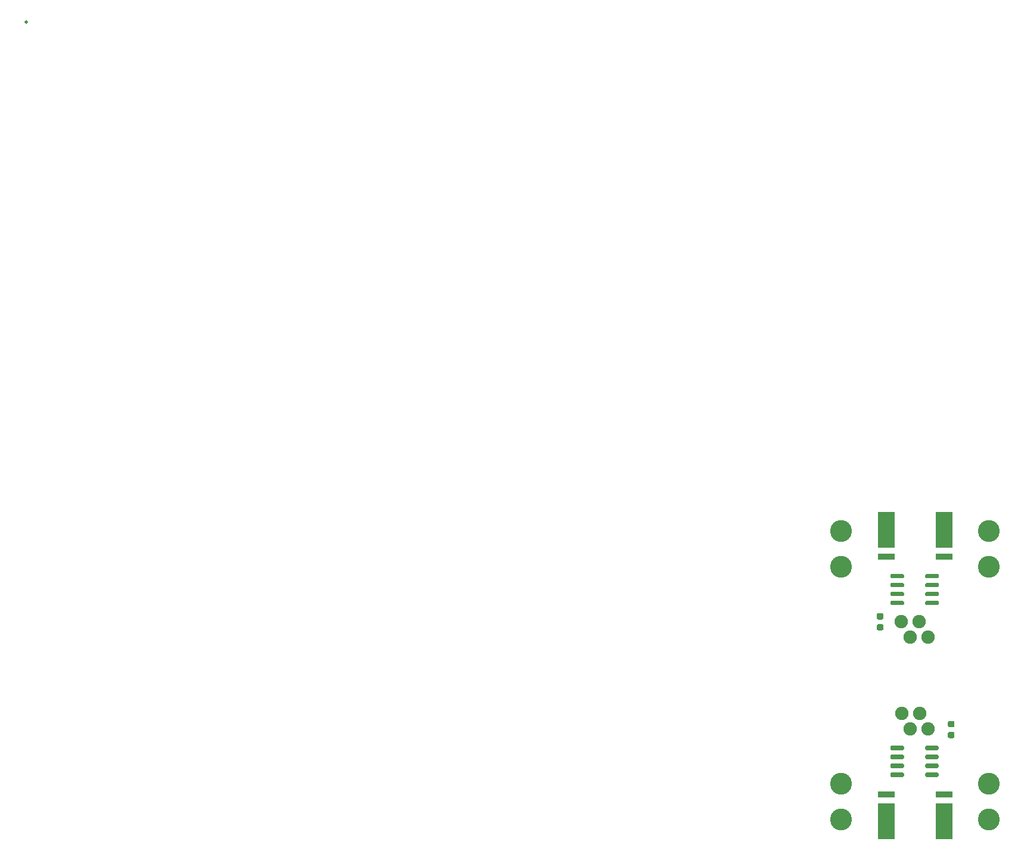
<source format=gbr>
%TF.GenerationSoftware,KiCad,Pcbnew,(5.1.10)-1*%
%TF.CreationDate,2021-07-20T09:59:38-04:00*%
%TF.ProjectId,Smart Tank Current Shunt,536d6172-7420-4546-916e-6b2043757272,rev?*%
%TF.SameCoordinates,Original*%
%TF.FileFunction,Soldermask,Top*%
%TF.FilePolarity,Negative*%
%FSLAX46Y46*%
G04 Gerber Fmt 4.6, Leading zero omitted, Abs format (unit mm)*
G04 Created by KiCad (PCBNEW (5.1.10)-1) date 2021-07-20 09:59:38*
%MOMM*%
%LPD*%
G01*
G04 APERTURE LIST*
%ADD10C,0.500000*%
%ADD11C,3.100000*%
%ADD12C,3.099999*%
%ADD13C,1.900000*%
%ADD14R,2.440000X0.890000*%
%ADD15R,2.440000X5.200000*%
G04 APERTURE END LIST*
D10*
%TO.C,REF\u002A\u002A*%
X123060000Y-115760000D03*
%TD*%
%TO.C,REF\u002A\u002A*%
X122160000Y-115760000D03*
%TD*%
%TO.C,REF\u002A\u002A*%
X121260000Y-115760000D03*
%TD*%
%TO.C,REF\u002A\u002A*%
X123060000Y-114860000D03*
%TD*%
%TO.C,REF\u002A\u002A*%
X122160000Y-114860000D03*
%TD*%
%TO.C,REF\u002A\u002A*%
X121260000Y-114860000D03*
%TD*%
%TO.C,REF\u002A\u002A*%
X123060000Y-113960000D03*
%TD*%
%TO.C,REF\u002A\u002A*%
X122160000Y-113960000D03*
%TD*%
%TO.C,REF\u002A\u002A*%
X121260000Y-113960000D03*
%TD*%
%TO.C,REF\u002A\u002A*%
X123060000Y-113060000D03*
%TD*%
%TO.C,REF\u002A\u002A*%
X122160000Y-113060000D03*
%TD*%
%TO.C,REF\u002A\u002A*%
X121260000Y-113060000D03*
%TD*%
%TO.C,REF\u002A\u002A*%
X123060000Y-112160000D03*
%TD*%
%TO.C,REF\u002A\u002A*%
X122160000Y-112160000D03*
%TD*%
%TO.C,REF\u002A\u002A*%
X121260000Y-112160000D03*
%TD*%
%TO.C,REF\u002A\u002A*%
X123060000Y-111260000D03*
%TD*%
%TO.C,REF\u002A\u002A*%
X122160000Y-111260000D03*
%TD*%
%TO.C,REF\u002A\u002A*%
X131300000Y-115750000D03*
%TD*%
%TO.C,REF\u002A\u002A*%
X130400000Y-115750000D03*
%TD*%
%TO.C,REF\u002A\u002A*%
X129500000Y-115750000D03*
%TD*%
%TO.C,REF\u002A\u002A*%
X131300000Y-114850000D03*
%TD*%
%TO.C,REF\u002A\u002A*%
X130400000Y-114850000D03*
%TD*%
%TO.C,REF\u002A\u002A*%
X129500000Y-114850000D03*
%TD*%
%TO.C,REF\u002A\u002A*%
X131300000Y-113950000D03*
%TD*%
%TO.C,REF\u002A\u002A*%
X130400000Y-113950000D03*
%TD*%
%TO.C,REF\u002A\u002A*%
X129500000Y-113950000D03*
%TD*%
%TO.C,REF\u002A\u002A*%
X131300000Y-113050000D03*
%TD*%
%TO.C,REF\u002A\u002A*%
X130400000Y-113050000D03*
%TD*%
%TO.C,REF\u002A\u002A*%
X129500000Y-113050000D03*
%TD*%
%TO.C,REF\u002A\u002A*%
X131300000Y-112150000D03*
%TD*%
%TO.C,REF\u002A\u002A*%
X130400000Y-112150000D03*
%TD*%
%TO.C,REF\u002A\u002A*%
X129500000Y-112150000D03*
%TD*%
%TO.C,REF\u002A\u002A*%
X131300000Y-111250000D03*
%TD*%
%TO.C,REF\u002A\u002A*%
X130400000Y-111250000D03*
%TD*%
%TO.C,REF\u002A\u002A*%
X131300000Y-74350000D03*
%TD*%
%TO.C,REF\u002A\u002A*%
X130400000Y-74350000D03*
%TD*%
%TO.C,REF\u002A\u002A*%
X129500000Y-74350000D03*
%TD*%
%TO.C,REF\u002A\u002A*%
X131300000Y-73450000D03*
%TD*%
%TO.C,REF\u002A\u002A*%
X130400000Y-73450000D03*
%TD*%
%TO.C,REF\u002A\u002A*%
X129500000Y-73450000D03*
%TD*%
%TO.C,REF\u002A\u002A*%
X131300000Y-72550000D03*
%TD*%
%TO.C,REF\u002A\u002A*%
X130400000Y-72550000D03*
%TD*%
%TO.C,REF\u002A\u002A*%
X129500000Y-72550000D03*
%TD*%
%TO.C,REF\u002A\u002A*%
X131300000Y-71650000D03*
%TD*%
%TO.C,REF\u002A\u002A*%
X130400000Y-71650000D03*
%TD*%
%TO.C,REF\u002A\u002A*%
X129500000Y-71650000D03*
%TD*%
%TO.C,REF\u002A\u002A*%
X131300000Y-70750000D03*
%TD*%
%TO.C,REF\u002A\u002A*%
X130400000Y-70750000D03*
%TD*%
%TO.C,REF\u002A\u002A*%
X129500000Y-70750000D03*
%TD*%
%TO.C,REF\u002A\u002A*%
X131300000Y-69850000D03*
%TD*%
%TO.C,REF\u002A\u002A*%
X130400000Y-69850000D03*
%TD*%
%TO.C,REF\u002A\u002A*%
X123070000Y-74360000D03*
%TD*%
%TO.C,REF\u002A\u002A*%
X122170000Y-74360000D03*
%TD*%
%TO.C,REF\u002A\u002A*%
X121270000Y-74360000D03*
%TD*%
%TO.C,REF\u002A\u002A*%
X123070000Y-73460000D03*
%TD*%
%TO.C,REF\u002A\u002A*%
X122170000Y-73460000D03*
%TD*%
%TO.C,REF\u002A\u002A*%
X121270000Y-73460000D03*
%TD*%
%TO.C,REF\u002A\u002A*%
X123070000Y-72560000D03*
%TD*%
%TO.C,REF\u002A\u002A*%
X122170000Y-72560000D03*
%TD*%
%TO.C,REF\u002A\u002A*%
X121270000Y-72560000D03*
%TD*%
%TO.C,REF\u002A\u002A*%
X123070000Y-71660000D03*
%TD*%
%TO.C,REF\u002A\u002A*%
X122170000Y-71660000D03*
%TD*%
%TO.C,REF\u002A\u002A*%
X121270000Y-71660000D03*
%TD*%
%TO.C,REF\u002A\u002A*%
X123070000Y-70760000D03*
%TD*%
%TO.C,REF\u002A\u002A*%
X122170000Y-70760000D03*
%TD*%
%TO.C,REF\u002A\u002A*%
X121270000Y-70760000D03*
%TD*%
%TO.C,REF\u002A\u002A*%
X123070000Y-69860000D03*
%TD*%
%TO.C,REF\u002A\u002A*%
X122170000Y-69860000D03*
%TD*%
%TO.C,REF\u002A\u002A*%
X121260000Y-111260000D03*
%TD*%
%TO.C,REF\u002A\u002A*%
X129500000Y-69850000D03*
%TD*%
%TO.C,REF\u002A\u002A*%
X121270000Y-69860000D03*
%TD*%
%TO.C,REF\u002A\u002A*%
X129500000Y-111250000D03*
%TD*%
%TO.C,REF\u002A\u002A*%
X0Y0D03*
%TD*%
%TO.C,C1*%
G36*
G01*
X121050000Y-83950000D02*
X121550000Y-83950000D01*
G75*
G02*
X121775000Y-84175000I0J-225000D01*
G01*
X121775000Y-84625000D01*
G75*
G02*
X121550000Y-84850000I-225000J0D01*
G01*
X121050000Y-84850000D01*
G75*
G02*
X120825000Y-84625000I0J225000D01*
G01*
X120825000Y-84175000D01*
G75*
G02*
X121050000Y-83950000I225000J0D01*
G01*
G37*
G36*
G01*
X121050000Y-85500000D02*
X121550000Y-85500000D01*
G75*
G02*
X121775000Y-85725000I0J-225000D01*
G01*
X121775000Y-86175000D01*
G75*
G02*
X121550000Y-86400000I-225000J0D01*
G01*
X121050000Y-86400000D01*
G75*
G02*
X120825000Y-86175000I0J225000D01*
G01*
X120825000Y-85725000D01*
G75*
G02*
X121050000Y-85500000I225000J0D01*
G01*
G37*
%TD*%
%TO.C,C2*%
G36*
G01*
X131650000Y-100150000D02*
X131150000Y-100150000D01*
G75*
G02*
X130925000Y-99925000I0J225000D01*
G01*
X130925000Y-99475000D01*
G75*
G02*
X131150000Y-99250000I225000J0D01*
G01*
X131650000Y-99250000D01*
G75*
G02*
X131875000Y-99475000I0J-225000D01*
G01*
X131875000Y-99925000D01*
G75*
G02*
X131650000Y-100150000I-225000J0D01*
G01*
G37*
G36*
G01*
X131650000Y-101700000D02*
X131150000Y-101700000D01*
G75*
G02*
X130925000Y-101475000I0J225000D01*
G01*
X130925000Y-101025000D01*
G75*
G02*
X131150000Y-100800000I225000J0D01*
G01*
X131650000Y-100800000D01*
G75*
G02*
X131875000Y-101025000I0J-225000D01*
G01*
X131875000Y-101475000D01*
G75*
G02*
X131650000Y-101700000I-225000J0D01*
G01*
G37*
%TD*%
%TO.C,CTRL_AMPS*%
G36*
G01*
X129650000Y-82355000D02*
X129650000Y-82655000D01*
G75*
G02*
X129500000Y-82805000I-150000J0D01*
G01*
X127850000Y-82805000D01*
G75*
G02*
X127700000Y-82655000I0J150000D01*
G01*
X127700000Y-82355000D01*
G75*
G02*
X127850000Y-82205000I150000J0D01*
G01*
X129500000Y-82205000D01*
G75*
G02*
X129650000Y-82355000I0J-150000D01*
G01*
G37*
G36*
G01*
X129650000Y-81085000D02*
X129650000Y-81385000D01*
G75*
G02*
X129500000Y-81535000I-150000J0D01*
G01*
X127850000Y-81535000D01*
G75*
G02*
X127700000Y-81385000I0J150000D01*
G01*
X127700000Y-81085000D01*
G75*
G02*
X127850000Y-80935000I150000J0D01*
G01*
X129500000Y-80935000D01*
G75*
G02*
X129650000Y-81085000I0J-150000D01*
G01*
G37*
G36*
G01*
X129650000Y-79815000D02*
X129650000Y-80115000D01*
G75*
G02*
X129500000Y-80265000I-150000J0D01*
G01*
X127850000Y-80265000D01*
G75*
G02*
X127700000Y-80115000I0J150000D01*
G01*
X127700000Y-79815000D01*
G75*
G02*
X127850000Y-79665000I150000J0D01*
G01*
X129500000Y-79665000D01*
G75*
G02*
X129650000Y-79815000I0J-150000D01*
G01*
G37*
G36*
G01*
X129650000Y-78545000D02*
X129650000Y-78845000D01*
G75*
G02*
X129500000Y-78995000I-150000J0D01*
G01*
X127850000Y-78995000D01*
G75*
G02*
X127700000Y-78845000I0J150000D01*
G01*
X127700000Y-78545000D01*
G75*
G02*
X127850000Y-78395000I150000J0D01*
G01*
X129500000Y-78395000D01*
G75*
G02*
X129650000Y-78545000I0J-150000D01*
G01*
G37*
G36*
G01*
X124700000Y-78545000D02*
X124700000Y-78845000D01*
G75*
G02*
X124550000Y-78995000I-150000J0D01*
G01*
X122900000Y-78995000D01*
G75*
G02*
X122750000Y-78845000I0J150000D01*
G01*
X122750000Y-78545000D01*
G75*
G02*
X122900000Y-78395000I150000J0D01*
G01*
X124550000Y-78395000D01*
G75*
G02*
X124700000Y-78545000I0J-150000D01*
G01*
G37*
G36*
G01*
X124700000Y-79815000D02*
X124700000Y-80115000D01*
G75*
G02*
X124550000Y-80265000I-150000J0D01*
G01*
X122900000Y-80265000D01*
G75*
G02*
X122750000Y-80115000I0J150000D01*
G01*
X122750000Y-79815000D01*
G75*
G02*
X122900000Y-79665000I150000J0D01*
G01*
X124550000Y-79665000D01*
G75*
G02*
X124700000Y-79815000I0J-150000D01*
G01*
G37*
G36*
G01*
X124700000Y-81085000D02*
X124700000Y-81385000D01*
G75*
G02*
X124550000Y-81535000I-150000J0D01*
G01*
X122900000Y-81535000D01*
G75*
G02*
X122750000Y-81385000I0J150000D01*
G01*
X122750000Y-81085000D01*
G75*
G02*
X122900000Y-80935000I150000J0D01*
G01*
X124550000Y-80935000D01*
G75*
G02*
X124700000Y-81085000I0J-150000D01*
G01*
G37*
G36*
G01*
X124700000Y-82355000D02*
X124700000Y-82655000D01*
G75*
G02*
X124550000Y-82805000I-150000J0D01*
G01*
X122900000Y-82805000D01*
G75*
G02*
X122750000Y-82655000I0J150000D01*
G01*
X122750000Y-82355000D01*
G75*
G02*
X122900000Y-82205000I150000J0D01*
G01*
X124550000Y-82205000D01*
G75*
G02*
X124700000Y-82355000I0J-150000D01*
G01*
G37*
%TD*%
D11*
%TO.C,J1*%
X115740000Y-72300770D03*
X115740000Y-77380770D03*
D12*
X136740000Y-72300770D03*
X136740000Y-77380770D03*
D13*
X124340000Y-85150000D03*
X126880000Y-85150000D03*
X125610000Y-87360000D03*
X128150000Y-87360000D03*
D12*
X115750000Y-108160770D03*
X115750000Y-113240770D03*
X136740000Y-108160770D03*
X136740000Y-113240770D03*
D13*
X128150000Y-100400000D03*
X126892132Y-98200000D03*
X125610000Y-100400000D03*
X124352132Y-98200000D03*
%TD*%
%TO.C,PUMP_AMPS*%
G36*
G01*
X127700000Y-103245000D02*
X127700000Y-102945000D01*
G75*
G02*
X127850000Y-102795000I150000J0D01*
G01*
X129500000Y-102795000D01*
G75*
G02*
X129650000Y-102945000I0J-150000D01*
G01*
X129650000Y-103245000D01*
G75*
G02*
X129500000Y-103395000I-150000J0D01*
G01*
X127850000Y-103395000D01*
G75*
G02*
X127700000Y-103245000I0J150000D01*
G01*
G37*
G36*
G01*
X127700000Y-104515000D02*
X127700000Y-104215000D01*
G75*
G02*
X127850000Y-104065000I150000J0D01*
G01*
X129500000Y-104065000D01*
G75*
G02*
X129650000Y-104215000I0J-150000D01*
G01*
X129650000Y-104515000D01*
G75*
G02*
X129500000Y-104665000I-150000J0D01*
G01*
X127850000Y-104665000D01*
G75*
G02*
X127700000Y-104515000I0J150000D01*
G01*
G37*
G36*
G01*
X127700000Y-105785000D02*
X127700000Y-105485000D01*
G75*
G02*
X127850000Y-105335000I150000J0D01*
G01*
X129500000Y-105335000D01*
G75*
G02*
X129650000Y-105485000I0J-150000D01*
G01*
X129650000Y-105785000D01*
G75*
G02*
X129500000Y-105935000I-150000J0D01*
G01*
X127850000Y-105935000D01*
G75*
G02*
X127700000Y-105785000I0J150000D01*
G01*
G37*
G36*
G01*
X127700000Y-107055000D02*
X127700000Y-106755000D01*
G75*
G02*
X127850000Y-106605000I150000J0D01*
G01*
X129500000Y-106605000D01*
G75*
G02*
X129650000Y-106755000I0J-150000D01*
G01*
X129650000Y-107055000D01*
G75*
G02*
X129500000Y-107205000I-150000J0D01*
G01*
X127850000Y-107205000D01*
G75*
G02*
X127700000Y-107055000I0J150000D01*
G01*
G37*
G36*
G01*
X122750000Y-107055000D02*
X122750000Y-106755000D01*
G75*
G02*
X122900000Y-106605000I150000J0D01*
G01*
X124550000Y-106605000D01*
G75*
G02*
X124700000Y-106755000I0J-150000D01*
G01*
X124700000Y-107055000D01*
G75*
G02*
X124550000Y-107205000I-150000J0D01*
G01*
X122900000Y-107205000D01*
G75*
G02*
X122750000Y-107055000I0J150000D01*
G01*
G37*
G36*
G01*
X122750000Y-105785000D02*
X122750000Y-105485000D01*
G75*
G02*
X122900000Y-105335000I150000J0D01*
G01*
X124550000Y-105335000D01*
G75*
G02*
X124700000Y-105485000I0J-150000D01*
G01*
X124700000Y-105785000D01*
G75*
G02*
X124550000Y-105935000I-150000J0D01*
G01*
X122900000Y-105935000D01*
G75*
G02*
X122750000Y-105785000I0J150000D01*
G01*
G37*
G36*
G01*
X122750000Y-104515000D02*
X122750000Y-104215000D01*
G75*
G02*
X122900000Y-104065000I150000J0D01*
G01*
X124550000Y-104065000D01*
G75*
G02*
X124700000Y-104215000I0J-150000D01*
G01*
X124700000Y-104515000D01*
G75*
G02*
X124550000Y-104665000I-150000J0D01*
G01*
X122900000Y-104665000D01*
G75*
G02*
X122750000Y-104515000I0J150000D01*
G01*
G37*
G36*
G01*
X122750000Y-103245000D02*
X122750000Y-102945000D01*
G75*
G02*
X122900000Y-102795000I150000J0D01*
G01*
X124550000Y-102795000D01*
G75*
G02*
X124700000Y-102945000I0J-150000D01*
G01*
X124700000Y-103245000D01*
G75*
G02*
X124550000Y-103395000I-150000J0D01*
G01*
X122900000Y-103395000D01*
G75*
G02*
X122750000Y-103245000I0J150000D01*
G01*
G37*
%TD*%
D14*
%TO.C,R1*%
X122170000Y-75873500D03*
X130400000Y-75873500D03*
D15*
X122170000Y-72100000D03*
X130400000Y-72100000D03*
%TD*%
%TO.C,R2*%
X122170000Y-113500000D03*
X130400000Y-113500000D03*
D14*
X122170000Y-109726500D03*
X130400000Y-109726500D03*
%TD*%
M02*

</source>
